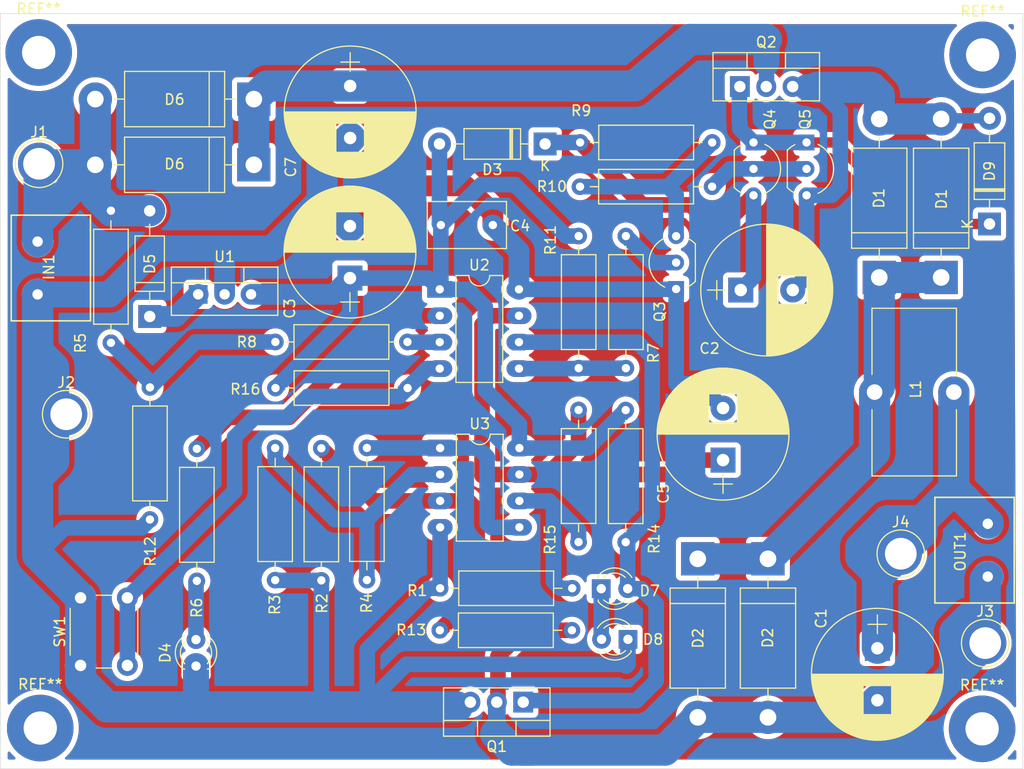
<source format=kicad_pcb>
(kicad_pcb (version 20241229) (generator "pcbnew") (generator_version "9.0")
  (layers (0 "F.Cu" signal) (2 "B.Cu" signal) (13 "F.Paste" user) (15 "B.Paste" user) (5 "F.SilkS" user "F.Silkscreen") (7 "B.SilkS" user "B.Silkscreen") (1 "F.Mask" user) (3 "B.Mask" user) (25 "Edge.Cuts" user))
  (net 0 "")
  (net 1 "PRI_HI")
  (net 2 "PRI_LO")
  (net 3 "Net-(D1-A)")
  (net 4 "GNDPWR")
  (net 5 "/BootStrap")
  (net 6 "/PV-Current")
  (net 7 "Net-(D3-A)")
  (net 8 "Net-(D6-K)")
  (net 9 "Net-(D1-K)")
  (net 10 "+24V")
  (net 11 "Net-(D4-A)")
  (net 12 "Net-(D5-K)")
  (net 13 "/3.6v")
  (net 14 "Net-(D7-K)")
  (net 15 "Net-(D9-K)")
  (net 16 "Net-(Q3-B)")
  (net 17 "Net-(Q3-C)")
  (net 18 "Net-(Q4-B)")
  (net 19 "Net-(U3B--)")
  (net 20 "Net-(U3A-+)")
  (net 21 "Net-(R12-Pad1)")
  (net 22 "Net-(U3A--)")
  (net 23 "Net-(U3B-+)")
  (net 24 "/PV-Voltage")
  (net 25 "Net-(U2-GP5)")
  (net 26 "Net-(U2-GP2)")
  (net 27 "Net-(U2-GP3)")
  (footprint "Capacitors_THT:CP_Radial_D12.5mm_P5.00mm" (layer "F.Cu") (at 120.54 87.53 -90)
    (property "Reference" "C1" (at -2.87 5.41 90) (layer "F.SilkS"))
    (property "Value" "100u")
    (pad "1" thru_hole rect (at 0 0 270) (size 2.4 2.4) (drill 1.2) (layers "*.Cu" "*.Mask") (net 1 "PRI_HI"))
    (pad "2" thru_hole circle (at 5 0 270) (size 2.4 2.4) (drill 1.2) (layers "*.Cu" "*.Mask") (net 2 "PRI_LO"))
  )
  (footprint "Capacitors_THT:CP_Radial_D12.5mm_P5.00mm" (layer "F.Cu") (at 107.4 53.09)
    (property "Reference" "C2" (at -3 5.62 0) (layer "F.SilkS"))
    (property "Value" "4.7u 50v")
    (pad "1" thru_hole rect (at 0 0) (size 2.4 2.4) (drill 1.2) (layers "*.Cu" "*.Mask") (net 5 "/BootStrap"))
    (pad "2" thru_hole circle (at 5 0) (size 2.4 2.4) (drill 1.2) (layers "*.Cu" "*.Mask") (net 3 "Net-(D1-A)"))
  )
  (footprint "Capacitors_THT:CP_Radial_D12.5mm_P5.00mm" (layer "F.Cu") (at 69.83 51.94 90)
    (property "Reference" "C3" (at -2.93 -5.79 90) (layer "F.SilkS"))
    (property "Value" "100u")
    (pad "1" thru_hole rect (at 0 0 90) (size 2.4 2.4) (drill 1.2) (layers "*.Cu" "*.Mask") (net 7 "Net-(D3-A)"))
    (pad "2" thru_hole circle (at 5 0 90) (size 2.4 2.4) (drill 1.2) (layers "*.Cu" "*.Mask") (net 4 "GNDPWR"))
  )
  (footprint "Capacitors_THT:CP_Radial_D12.5mm_P5.00mm" (layer "F.Cu") (at 105.7 69.44 90)
    (property "Reference" "C5" (at -3.23 -5.73 90) (layer "F.SilkS"))
    (property "Value" "10u")
    (pad "1" thru_hole rect (at 0 0 90) (size 2.4 2.4) (drill 1.2) (layers "*.Cu" "*.Mask") (net 6 "/PV-Current"))
    (pad "2" thru_hole circle (at 5 0 90) (size 2.4 2.4) (drill 1.2) (layers "*.Cu" "*.Mask") (net 4 "GNDPWR"))
  )
  (footprint "LEDs:LED_D3.0mm" (layer "F.Cu") (at 55.03 89.24 90)
    (property "Reference" "D4" (at 1.27 -2.96 90) (layer "F.SilkS"))
    (property "Value" "LED")
    (pad "1" thru_hole rect (at 0 0 90) (size 1.8 1.8) (drill 0.9) (layers "*.Cu" "*.Mask") (net 4 "GNDPWR"))
    (pad "2" thru_hole circle (at 2.54 0 90) (size 1.8 1.8) (drill 0.9) (layers "*.Cu" "*.Mask") (net 11 "Net-(D4-A)"))
  )
  (footprint "Diodes_THT:D_DO-201AD_P15.24mm_Horizontal" (layer "F.Cu") (at 60.59 41.05 180)
    (property "Reference" "D6" (at 7.63 0.07 0) (layer "F.SilkS"))
    (property "Value" "1N5822A")
    (pad "1" thru_hole rect (at 0 0 180) (size 3.2 3.2) (drill 1.6) (layers "*.Cu" "*.Mask") (net 8 "Net-(D6-K)"))
    (pad "2" thru_hole oval (at 15.24 0 180) (size 3.2 3.2) (drill 1.6) (layers "*.Cu" "*.Mask") (net 10 "+24V"))
  )
  (footprint "Inductors_THT:L_Toroid_Vertical_L16.0mm_W8.0mm_P7.62mm" (layer "F.Cu") (at 120.27 62.9 90)
    (property "Reference" "L1" (at 0.27 3.95 90) (layer "F.SilkS"))
    (property "Value" "330uH 3A")
    (pad "1" thru_hole circle (at 0 0 90) (size 3 3) (drill 1.5) (layers "*.Cu" "*.Mask") (net 9 "Net-(D1-K)"))
    (pad "2" thru_hole circle (at 0 7.62 90) (size 3 3) (drill 1.5) (layers "*.Cu" "*.Mask") (net 1 "PRI_HI"))
  )
  (footprint "TO_SOT_Packages_THT:TO-92_Inline_Wide" (layer "F.Cu") (at 101.19 52.99 90)
    (property "Reference" "Q3" (at -2.18 -1.57 270) (layer "F.SilkS"))
    (property "Value" "2N2222A")
    (pad "1" thru_hole rect (at 0 0 180) (size 1.52 1.52) (drill 0.8) (layers "*.Cu" "*.Mask") (net 4 "GNDPWR"))
    (pad "2" thru_hole circle (at 2.54 0 180) (size 1.52 1.52) (drill 0.8) (layers "*.Cu" "*.Mask") (net 16 "Net-(Q3-B)"))
    (pad "3" thru_hole circle (at 5.08 0 180) (size 1.52 1.52) (drill 0.8) (layers "*.Cu" "*.Mask") (net 17 "Net-(Q3-C)"))
  )
  (footprint "TO_SOT_Packages_THT:TO-92_Inline_Wide" (layer "F.Cu") (at 108.63 38.9 -90)
    (property "Reference" "Q4" (at -2.23 -1.58 270) (layer "F.SilkS"))
    (property "Value" "2N2222A")
    (pad "1" thru_hole rect (at 0 0) (size 1.52 1.52) (drill 0.8) (layers "*.Cu" "*.Mask") (net 15 "Net-(D9-K)"))
    (pad "2" thru_hole circle (at 2.54 0) (size 1.52 1.52) (drill 0.8) (layers "*.Cu" "*.Mask") (net 18 "Net-(Q4-B)"))
    (pad "3" thru_hole circle (at 5.08 0) (size 1.52 1.52) (drill 0.8) (layers "*.Cu" "*.Mask") (net 5 "/BootStrap"))
  )
  (footprint "TO_SOT_Packages_THT:TO-92_Inline_Wide" (layer "F.Cu") (at 113.73 38.9 -90)
    (property "Reference" "Q5" (at -2.23 0.13 270) (layer "F.SilkS"))
    (property "Value" "2N2907A")
    (pad "1" thru_hole rect (at 0 0) (size 1.52 1.52) (drill 0.8) (layers "*.Cu" "*.Mask") (net 15 "Net-(D9-K)"))
    (pad "2" thru_hole circle (at 2.54 0) (size 1.52 1.52) (drill 0.8) (layers "*.Cu" "*.Mask") (net 18 "Net-(Q4-B)"))
    (pad "3" thru_hole circle (at 5.08 0) (size 1.52 1.52) (drill 0.8) (layers "*.Cu" "*.Mask") (net 3 "Net-(D1-A)"))
  )
  (footprint "Resistors_THT:R_Axial_DIN0309_L9.0mm_D3.2mm_P12.70mm_Horizontal" (layer "F.Cu") (at 78.5 81.76)
    (property "Reference" "R1" (at -2.2 0.23 0) (layer "F.SilkS"))
    (property "Value" "1k")
    (pad "1" thru_hole circle (at 0 0) (size 1.6 1.6) (drill 0.8) (layers "*.Cu" "*.Mask") (net 4 "GNDPWR"))
    (pad "2" thru_hole oval (at 12.7 0) (size 1.6 1.6) (drill 0.8) (layers "*.Cu" "*.Mask") (net 19 "Net-(U3B--)"))
  )
  (footprint "Resistors_THT:R_Axial_DIN0309_L9.0mm_D3.2mm_P12.70mm_Horizontal" (layer "F.Cu") (at 67.08 81 90)
    (property "Reference" "R2" (at -2.22 0.07 90) (layer "F.SilkS"))
    (property "Value" "100k")
    (pad "1" thru_hole circle (at 0 0 90) (size 1.6 1.6) (drill 0.8) (layers "*.Cu" "*.Mask") (net 4 "GNDPWR"))
    (pad "2" thru_hole oval (at 12.7 0 90) (size 1.6 1.6) (drill 0.8) (layers "*.Cu" "*.Mask") (net 20 "Net-(U3A-+)"))
  )
  (footprint "Resistors_THT:R_Axial_DIN0309_L9.0mm_D3.2mm_P12.70mm_Horizontal" (layer "F.Cu") (at 71.46 68.27 -90)
    (property "Reference" "R4" (at 14.92 0.02 90) (layer "F.SilkS"))
    (property "Value" "100k")
    (pad "1" thru_hole circle (at 0 0 270) (size 1.6 1.6) (drill 0.8) (layers "*.Cu" "*.Mask") (net 23 "Net-(U3B-+)"))
    (pad "2" thru_hole oval (at 12.7 0 270) (size 1.6 1.6) (drill 0.8) (layers "*.Cu" "*.Mask") (net 22 "Net-(U3A--)"))
  )
  (footprint "Resistors_THT:R_Axial_DIN0309_L9.0mm_D3.2mm_P12.70mm_Horizontal" (layer "F.Cu") (at 46.85 45.46 -90)
    (property "Reference" "R5" (at 12.73 2.93 90) (layer "F.SilkS"))
    (property "Value" "300k")
    (pad "1" thru_hole circle (at 0 0 270) (size 1.6 1.6) (drill 0.8) (layers "*.Cu" "*.Mask") (net 10 "+24V"))
    (pad "2" thru_hole oval (at 12.7 0 270) (size 1.6 1.6) (drill 0.8) (layers "*.Cu" "*.Mask") (net 21 "Net-(R12-Pad1)"))
  )
  (footprint "Resistors_THT:R_Axial_DIN0309_L9.0mm_D3.2mm_P12.70mm_Horizontal" (layer "F.Cu") (at 55.11 81.05 90)
    (property "Reference" "R6" (at -2.59 -0.01 90) (layer "F.SilkS"))
    (property "Value" "1k")
    (pad "1" thru_hole circle (at 0 0 90) (size 1.6 1.6) (drill 0.8) (layers "*.Cu" "*.Mask") (net 11 "Net-(D4-A)"))
    (pad "2" thru_hole oval (at 12.7 0 90) (size 1.6 1.6) (drill 0.8) (layers "*.Cu" "*.Mask") (net 25 "Net-(U2-GP5)"))
  )
  (footprint "Resistors_THT:R_Axial_DIN0309_L9.0mm_D3.2mm_P12.70mm_Horizontal" (layer "F.Cu") (at 62.66 58.08)
    (property "Reference" "R8" (at -2.75 0.01 0) (layer "F.SilkS"))
    (property "Value" "100k")
    (pad "1" thru_hole circle (at 0 0) (size 1.6 1.6) (drill 0.8) (layers "*.Cu" "*.Mask") (net 21 "Net-(R12-Pad1)"))
    (pad "2" thru_hole oval (at 12.7 0) (size 1.6 1.6) (drill 0.8) (layers "*.Cu" "*.Mask") (net 24 "/PV-Voltage"))
  )
  (footprint "Resistors_THT:R_Axial_DIN0309_L9.0mm_D3.2mm_P12.70mm_Horizontal" (layer "F.Cu") (at 91.96 38.9)
    (property "Reference" "R9" (at 0.1 -3.05 0) (layer "F.SilkS"))
    (property "Value" "2.2k")
    (pad "1" thru_hole circle (at 0 0) (size 1.6 1.6) (drill 0.8) (layers "*.Cu" "*.Mask") (net 5 "/BootStrap"))
    (pad "2" thru_hole oval (at 12.7 0) (size 1.6 1.6) (drill 0.8) (layers "*.Cu" "*.Mask") (net 17 "Net-(Q3-C)"))
  )
  (footprint "Resistors_THT:R_Axial_DIN0309_L9.0mm_D3.2mm_P12.70mm_Horizontal" (layer "F.Cu") (at 104.65 43.15 180)
    (property "Reference" "R10" (at 15.41 0.01 0) (layer "F.SilkS"))
    (property "Value" "1k")
    (pad "1" thru_hole circle (at 0 0 180) (size 1.6 1.6) (drill 0.8) (layers "*.Cu" "*.Mask") (net 18 "Net-(Q4-B)"))
    (pad "2" thru_hole oval (at 12.7 0 180) (size 1.6 1.6) (drill 0.8) (layers "*.Cu" "*.Mask") (net 17 "Net-(Q3-C)"))
  )
  (footprint "Resistors_THT:R_Axial_DIN0309_L9.0mm_D3.2mm_P12.70mm_Horizontal" (layer "F.Cu") (at 75.37 62.51 180)
    (property "Reference" "R16" (at 15.6 -0.11 0) (layer "F.SilkS"))
    (property "Value" "10k")
    (pad "1" thru_hole circle (at 0 0 180) (size 1.6 1.6) (drill 0.8) (layers "*.Cu" "*.Mask") (net 27 "Net-(U2-GP3)"))
    (pad "2" thru_hole oval (at 12.7 0 180) (size 1.6 1.6) (drill 0.8) (layers "*.Cu" "*.Mask") (net 7 "Net-(D3-A)"))
  )
  (footprint "Housings_DIP:DIP-8_W7.62mm_LongPads" (layer "F.Cu") (at 78.46 53.02)
    (property "Reference" "U2" (at 3.81 -2.33 0) (layer "F.SilkS"))
    (property "Value" "PIC12F683-IP")
    (pad "1" thru_hole rect (at 0 0) (size 2.4 1.6) (drill 0.8) (layers "*.Cu" "*.Mask") (net 7 "Net-(D3-A)"))
    (pad "2" thru_hole oval (at 0 2.54) (size 2.4 1.6) (drill 0.8) (layers "*.Cu" "*.Mask") (net 25 "Net-(U2-GP5)"))
    (pad "3" thru_hole oval (at 0 5.08) (size 2.4 1.6) (drill 0.8) (layers "*.Cu" "*.Mask") (net 24 "/PV-Voltage"))
    (pad "4" thru_hole oval (at 0 7.62) (size 2.4 1.6) (drill 0.8) (layers "*.Cu" "*.Mask") (net 27 "Net-(U2-GP3)"))
    (pad "5" thru_hole oval (at 7.62 7.62) (size 2.4 1.6) (drill 0.8) (layers "*.Cu" "*.Mask") (net 26 "Net-(U2-GP2)"))
    (pad "6" thru_hole oval (at 7.62 5.08) (size 2.4 1.6) (drill 0.8) (layers "*.Cu" "*.Mask") (net 13 "/3.6v"))
    (pad "7" thru_hole oval (at 7.62 2.54) (size 2.4 1.6) (drill 0.8) (layers "*.Cu" "*.Mask") (net 6 "/PV-Current"))
    (pad "8" thru_hole oval (at 7.62 0) (size 2.4 1.6) (drill 0.8) (layers "*.Cu" "*.Mask") (net 4 "GNDPWR"))
  )
  (footprint "Resistors_THT:R_Axial_DIN0309_L9.0mm_D3.2mm_P12.70mm_Horizontal" (layer "F.Cu") (at 50.6 62.45 -90)
    (property "Reference" "R12" (at 15.77 -0.03 90) (layer "F.SilkS"))
    (property "Value" "47k")
    (pad "1" thru_hole circle (at 0 0 270) (size 1.6 1.6) (drill 0.8) (layers "*.Cu" "*.Mask") (net 21 "Net-(R12-Pad1)"))
    (pad "2" thru_hole oval (at 12.7 0 270) (size 1.6 1.6) (drill 0.8) (layers "*.Cu" "*.Mask") (net 4 "GNDPWR"))
  )
  (footprint "Diodes_THT:D_DO-41_SOD81_P10.16mm_Horizontal" (layer "F.Cu") (at 50.58 55.63 90)
    (property "Reference" "D5" (at 5.05 0 90) (layer "F.SilkS"))
    (property "Value" "1N4007")
    (pad "1" thru_hole rect (at 0 0 90) (size 2.2 2.2) (drill 1.1) (layers "*.Cu" "*.Mask") (net 12 "Net-(D5-K)"))
    (pad "2" thru_hole oval (at 10.16 0 90) (size 2.2 2.2) (drill 1.1) (layers "*.Cu" "*.Mask") (net 10 "+24V"))
  )
  (footprint "TO_SOT_Packages_THT:TO-220-3_Vertical" (layer "F.Cu") (at 55.24 53.5)
    (property "Reference" "U1" (at 2.54 -3.62 0) (layer "F.SilkS"))
    (property "Value" "LM7805_TO220")
    (pad "1" thru_hole rect (at 0 0) (size 1.8 1.8) (drill 1) (layers "*.Cu" "*.Mask") (net 12 "Net-(D5-K)"))
    (pad "2" thru_hole oval (at 2.54 0) (size 1.8 1.8) (drill 1) (layers "*.Cu" "*.Mask") (net 4 "GNDPWR"))
    (pad "3" thru_hole oval (at 5.08 0) (size 1.8 1.8) (drill 1) (layers "*.Cu" "*.Mask") (net 7 "Net-(D3-A)"))
  )
  (footprint "Housings_DIP:DIP-8_W7.62mm_LongPads" (layer "F.Cu") (at 78.5 68.28)
    (property "Reference" "U3" (at 3.81 -2.33 0) (layer "F.SilkS"))
    (property "Value" "LM358")
    (pad "1" thru_hole rect (at 0 0) (size 2.4 1.6) (drill 0.8) (layers "*.Cu" "*.Mask") (net 23 "Net-(U3B-+)"))
    (pad "2" thru_hole oval (at 0 2.54) (size 2.4 1.6) (drill 0.8) (layers "*.Cu" "*.Mask") (net 22 "Net-(U3A--)"))
    (pad "3" thru_hole oval (at 0 5.08) (size 2.4 1.6) (drill 0.8) (layers "*.Cu" "*.Mask") (net 20 "Net-(U3A-+)"))
    (pad "4" thru_hole oval (at 0 7.62) (size 2.4 1.6) (drill 0.8) (layers "*.Cu" "*.Mask") (net 4 "GNDPWR"))
    (pad "5" thru_hole oval (at 7.62 7.62) (size 2.4 1.6) (drill 0.8) (layers "*.Cu" "*.Mask") (net 23 "Net-(U3B-+)"))
    (pad "6" thru_hole oval (at 7.62 5.08) (size 2.4 1.6) (drill 0.8) (layers "*.Cu" "*.Mask") (net 19 "Net-(U3B--)"))
    (pad "7" thru_hole oval (at 7.62 2.54) (size 2.4 1.6) (drill 0.8) (layers "*.Cu" "*.Mask") (net 6 "/PV-Current"))
    (pad "8" thru_hole oval (at 7.62 0) (size 2.4 1.6) (drill 0.8) (layers "*.Cu" "*.Mask") (net 7 "Net-(D3-A)"))
  )
  (footprint "LEDs:LED_D3.0mm" (layer "F.Cu") (at 93.99 81.8)
    (property "Reference" "D7" (at 4.66 0.21 0) (layer "F.SilkS"))
    (property "Value" "LED")
    (pad "1" thru_hole rect (at 0 0) (size 1.8 1.8) (drill 0.9) (layers "*.Cu" "*.Mask") (net 14 "Net-(D7-K)"))
    (pad "2" thru_hole circle (at 2.54 0) (size 1.8 1.8) (drill 0.9) (layers "*.Cu" "*.Mask") (net 13 "/3.6v"))
  )
  (footprint "Diodes_THT:D_DO-201AD_P15.24mm_Horizontal" (layer "F.Cu") (at 126.67 51.88 90)
    (property "Reference" "D1" (at 7.53 0.03 90) (layer "F.SilkS"))
    (property "Value" "1N5822A")
    (pad "1" thru_hole rect (at 0 0 90) (size 3.2 3.2) (drill 1.6) (layers "*.Cu" "*.Mask") (net 9 "Net-(D1-K)"))
    (pad "2" thru_hole oval (at 15.24 0 90) (size 3.2 3.2) (drill 1.6) (layers "*.Cu" "*.Mask") (net 3 "Net-(D1-A)"))
  )
  (footprint "LEDs:LED_D3.0mm" (layer "F.Cu") (at 96.56 86.67 180)
    (property "Reference" "D8" (at -2.41 -0.01 0) (layer "F.SilkS"))
    (property "Value" "LED")
    (pad "1" thru_hole rect (at 0 0 180) (size 1.8 1.8) (drill 0.9) (layers "*.Cu" "*.Mask") (net 4 "GNDPWR"))
    (pad "2" thru_hole circle (at 2.54 0 180) (size 1.8 1.8) (drill 0.9) (layers "*.Cu" "*.Mask") (net 14 "Net-(D7-K)"))
  )
  (footprint "Resistors_THT:R_Axial_DIN0309_L9.0mm_D3.2mm_P12.70mm_Horizontal" (layer "F.Cu") (at 91.17 85.8 180)
    (property "Reference" "R13" (at 15.45 0.03 0) (layer "F.SilkS"))
    (property "Value" "10k")
    (pad "1" thru_hole circle (at 0 0 180) (size 1.6 1.6) (drill 0.8) (layers "*.Cu" "*.Mask") (net 2 "PRI_LO"))
    (pad "2" thru_hole oval (at 12.7 0 180) (size 1.6 1.6) (drill 0.8) (layers "*.Cu" "*.Mask") (net 20 "Net-(U3A-+)"))
  )
  (footprint "Diodes_THT:D_DO-201AD_P15.24mm_Horizontal" (layer "F.Cu") (at 110.02 78.93 -90)
    (property "Reference" "D2" (at 7.6 0.02 90) (layer "F.SilkS"))
    (property "Value" "1N5822A")
    (pad "1" thru_hole rect (at 0 0 270) (size 3.2 3.2) (drill 1.6) (layers "*.Cu" "*.Mask") (net 9 "Net-(D1-K)"))
    (pad "2" thru_hole oval (at 15.24 0 270) (size 3.2 3.2) (drill 1.6) (layers "*.Cu" "*.Mask") (net 2 "PRI_LO"))
  )
  (footprint "Diodes_THT:D_DO-201AD_P15.24mm_Horizontal" (layer "F.Cu") (at 103.27 78.93 -90)
    (property "Reference" "D2" (at 7.64 -0.03 90) (layer "F.SilkS"))
    (property "Value" "1N5822A")
    (pad "1" thru_hole rect (at 0 0 270) (size 3.2 3.2) (drill 1.6) (layers "*.Cu" "*.Mask") (net 9 "Net-(D1-K)"))
    (pad "2" thru_hole oval (at 15.24 0 270) (size 3.2 3.2) (drill 1.6) (layers "*.Cu" "*.Mask") (net 2 "PRI_LO"))
  )
  (footprint "Resistors_THT:R_Axial_DIN0309_L9.0mm_D3.2mm_P12.70mm_Horizontal" (layer "F.Cu") (at 91.81 77.32 90)
    (property "Reference" "R15" (at 0.24 -2.74 90) (layer "F.SilkS"))
    (property "Value" "3.3k")
    (pad "1" thru_hole circle (at 0 0 90) (size 1.6 1.6) (drill 0.8) (layers "*.Cu" "*.Mask") (net 19 "Net-(U3B--)"))
    (pad "2" thru_hole oval (at 12.7 0 90) (size 1.6 1.6) (drill 0.8) (layers "*.Cu" "*.Mask") (net 6 "/PV-Current"))
  )
  (footprint "Diodes_THT:D_DO-201AD_P15.24mm_Horizontal" (layer "F.Cu") (at 120.72 51.88 90)
    (property "Reference" "D1" (at 7.62 -0.02 90) (layer "F.SilkS"))
    (property "Value" "1N5822A")
    (pad "1" thru_hole rect (at 0 0 90) (size 3.2 3.2) (drill 1.6) (layers "*.Cu" "*.Mask") (net 9 "Net-(D1-K)"))
    (pad "2" thru_hole oval (at 15.24 0 90) (size 3.2 3.2) (drill 1.6) (layers "*.Cu" "*.Mask") (net 3 "Net-(D1-A)"))
  )
  (footprint "Diodes_THT:D_DO-201AD_P15.24mm_Horizontal" (layer "F.Cu") (at 60.59 34.73 180)
    (property "Reference" "D6" (at 7.63 -0.04 0) (layer "F.SilkS"))
    (property "Value" "1N5822A")
    (pad "1" thru_hole rect (at 0 0 180) (size 3.2 3.2) (drill 1.6) (layers "*.Cu" "*.Mask") (net 8 "Net-(D6-K)"))
    (pad "2" thru_hole oval (at 15.24 0 180) (size 3.2 3.2) (drill 1.6) (layers "*.Cu" "*.Mask") (net 10 "+24V"))
  )
  (footprint "12f683MPPT:Connector_SCREW_2PIN" (layer "F.Cu") (at 39.8 48.43 90)
    (property "Reference" "IN1" (at -2.46 1.09 90) (layer "F.SilkS"))
    (property "Value" "Conn_01x02_Male" (hide yes))
    (pad "1" thru_hole circle (at 0 0 90) (size 2 2) (drill 1) (layers "*.Cu" "*.Mask") (net 10 "+24V"))
    (pad "2" thru_hole circle (at -5.08 0 90) (size 2 2) (drill 1) (layers "*.Cu" "*.Mask") (net 4 "GNDPWR"))
  )
  (footprint "12f683MPPT:Connector_SCREW_2PIN" (layer "F.Cu") (at 131.15 80.64 -90)
    (property "Reference" "OUT1" (at -2.41 2.64 90) (layer "F.SilkS"))
    (property "Value" "Conn_01x02_Male" (hide yes))
    (pad "1" thru_hole circle (at 0 0 270) (size 2 2) (drill 1) (layers "*.Cu" "*.Mask") (net 2 "PRI_LO"))
    (pad "2" thru_hole circle (at -5.08 0 270) (size 2 2) (drill 1) (layers "*.Cu" "*.Mask") (net 1 "PRI_HI"))
  )
  (footprint "Capacitors_THT:C_Disc_D7.5mm_W4.4mm_P5.00mm" (layer "F.Cu") (at 78.57 46.84)
    (property "Reference" "C4" (at 7.61 0.09 0) (layer "F.SilkS"))
    (property "Value" "0.1u")
    (pad "1" thru_hole circle (at 0 0) (size 1.6 1.6) (drill 0.8) (layers "*.Cu" "*.Mask") (net 7 "Net-(D3-A)"))
    (pad "2" thru_hole circle (at 5 0) (size 1.6 1.6) (drill 0.8) (layers "*.Cu" "*.Mask") (net 4 "GNDPWR"))
  )
  (footprint "Connectors:1pin" (layer "F.Cu") (at 39.94 40.95)
    (property "Reference" "J1" (at 0 -3.048 0) (layer "F.SilkS"))
    (property "Value" "Conn_01x01_Male" (hide yes))
    (pad "1" thru_hole circle (at 0 0) (size 4.064 4.064) (drill 3.048) (layers "*.Cu" "*.Mask") (net 10 "+24V"))
  )
  (footprint "Connectors:1pin" (layer "F.Cu") (at 42.55 65.03)
    (property "Reference" "J2" (at 0 -3.048 0) (layer "F.SilkS"))
    (property "Value" "Conn_01x01_Male" (hide yes))
    (pad "1" thru_hole circle (at 0 0) (size 4.064 4.064) (drill 3.048) (layers "*.Cu" "*.Mask") (net 4 "GNDPWR"))
  )
  (footprint "Connectors:1pin" (layer "F.Cu") (at 130.91 87.03)
    (property "Reference" "J3" (at 0 -3.048 0) (layer "F.SilkS"))
    (property "Value" "Conn_01x01_Male" (hide yes))
    (pad "1" thru_hole circle (at 0 0) (size 4.064 4.064) (drill 3.048) (layers "*.Cu" "*.Mask") (net 2 "PRI_LO"))
  )
  (footprint "Connectors:1pin" (layer "F.Cu") (at 122.79 78.44)
    (property "Reference" "J4" (at 0 -3.048 0) (layer "F.SilkS"))
    (property "Value" "Conn_01x01_Male")
    (pad "1" thru_hole circle (at 0 0) (size 4.064 4.064) (drill 3.048) (layers "*.Cu" "*.Mask") (net 1 "PRI_HI"))
  )
  (footprint "Resistors_THT:R_Axial_DIN0309_L9.0mm_D3.2mm_P12.70mm_Horizontal" (layer "F.Cu") (at 96.34 64.63 -90)
    (property "Reference" "R14" (at 12.38 -2.74 90) (layer "F.SilkS"))
    (property "Value" "4.7k")
    (pad "1" thru_hole circle (at 0 0 270) (size 1.6 1.6) (drill 0.8) (layers "*.Cu" "*.Mask") (net 7 "Net-(D3-A)"))
    (pad "2" thru_hole oval (at 12.7 0 270) (size 1.6 1.6) (drill 0.8) (layers "*.Cu" "*.Mask") (net 13 "/3.6v"))
  )
  (footprint "Resistors_THT:R_Axial_DIN0309_L9.0mm_D3.2mm_P12.70mm_Horizontal" (layer "F.Cu") (at 91.82 47.9 -90)
    (property "Reference" "R11" (at 0.38 2.71 90) (layer "F.SilkS"))
    (property "Value" "10k")
    (pad "1" thru_hole circle (at 0 0 270) (size 1.6 1.6) (drill 0.8) (layers "*.Cu" "*.Mask") (net 7 "Net-(D3-A)"))
    (pad "2" thru_hole oval (at 12.7 0 270) (size 1.6 1.6) (drill 0.8) (layers "*.Cu" "*.Mask") (net 26 "Net-(U2-GP2)"))
  )
  (footprint "Resistors_THT:R_Axial_DIN0309_L9.0mm_D3.2mm_P12.70mm_Horizontal" (layer "F.Cu") (at 96.36 47.9 -90)
    (property "Reference" "R7" (at 11.24 -2.65 90) (layer "F.SilkS"))
    (property "Value" "1k")
    (pad "1" thru_hole circle (at 0 0 270) (size 1.6 1.6) (drill 0.8) (layers "*.Cu" "*.Mask") (net 16 "Net-(Q3-B)"))
    (pad "2" thru_hole oval (at 12.7 0 270) (size 1.6 1.6) (drill 0.8) (layers "*.Cu" "*.Mask") (net 26 "Net-(U2-GP2)"))
  )
  (footprint "Resistors_THT:R_Axial_DIN0309_L9.0mm_D3.2mm_P12.70mm_Horizontal" (layer "F.Cu") (at 62.64 68.28 -90)
    (property "Reference" "R3" (at 15.07 0.03 90) (layer "F.SilkS"))
    (property "Value" "10k")
    (pad "1" thru_hole circle (at 0 0 270) (size 1.6 1.6) (drill 0.8) (layers "*.Cu" "*.Mask") (net 22 "Net-(U3A--)"))
    (pad "2" thru_hole oval (at 12.7 0 270) (size 1.6 1.6) (drill 0.8) (layers "*.Cu" "*.Mask") (net 4 "GNDPWR"))
  )
  (footprint "Capacitors_THT:CP_Radial_D12.5mm_P5.00mm" (layer "F.Cu") (at 69.85 33.47 -90)
    (property "Reference" "C7" (at 7.81 5.71 90) (layer "F.SilkS"))
    (property "Value" "47u")
    (pad "1" thru_hole rect (at 0 0 270) (size 2.4 2.4) (drill 1.2) (layers "*.Cu" "*.Mask") (net 8 "Net-(D6-K)"))
    (pad "2" thru_hole circle (at 5 0 270) (size 2.4 2.4) (drill 1.2) (layers "*.Cu" "*.Mask") (net 4 "GNDPWR"))
  )
  (footprint "Diode_THT:D_DO-41_SOD81_P10.16mm_Horizontal" (layer "F.Cu") (at 131.318 46.736 90)
    (property "Reference" "D9" (at 5.08 0 90) (layer "F.SilkS"))
    (property "Value" "1N5733A 5.1V")
    (fp_text user "K" (at 0 -2.1 90) (layer "F.SilkS"))
    (pad "1" thru_hole rect (at 0 0 90) (size 2.2 2.2) (drill 1.1) (layers "*.Cu" "*.Mask") (net 15 "Net-(D9-K)"))
    (pad "2" thru_hole oval (at 10.16 0 90) (size 2.2 2.2) (drill 1.1) (layers "*.Cu" "*.Mask") (net 3 "Net-(D1-A)"))
  )
  (footprint "Package_TO_SOT_THT:TO-220-3_Vertical" (layer "F.Cu") (at 86.487 92.71 180)
    (property "Reference" "Q1" (at 2.54 -4.27 0) (layer "F.SilkS"))
    (property "Value" "BUK9511-55A127")
    (pad "1" thru_hole rect (at 0 0 180) (size 1.905 2) (drill 1.1) (layers "*.Cu" "*.Mask") (net 13 "/3.6v"))
    (pad "2" thru_hole oval (at 2.54 0 180) (size 1.905 2) (drill 1.1) (layers "*.Cu" "*.Mask") (net 2 "PRI_LO"))
    (pad "3" thru_hole oval (at 5.08 0 180) (size 1.905 2) (drill 1.1) (layers "*.Cu" "*.Mask") (net 4 "GNDPWR"))
  )
  (footprint "Package_TO_SOT_THT:TO-220-3_Vertical" (layer "F.Cu") (at 107.315 33.528)
    (property "Reference" "Q2" (at 2.54 -4.27 0) (layer "F.SilkS"))
    (property "Value" "BUK9511-55A127")
    (pad "1" thru_hole rect (at 0 0) (size 1.905 2) (drill 1.1) (layers "*.Cu" "*.Mask") (net 15 "Net-(D9-K)"))
    (pad "2" thru_hole oval (at 2.54 0) (size 1.905 2) (drill 1.1) (layers "*.Cu" "*.Mask") (net 8 "Net-(D6-K)"))
    (pad "3" thru_hole oval (at 5.08 0) (size 1.905 2) (drill 1.1) (layers "*.Cu" "*.Mask") (net 3 "Net-(D1-A)"))
  )
  (footprint "Button_Switch_THT:SW_PUSH_6mm_H7.3mm" (layer "F.Cu") (at 43.93 89.18 90)
    (property "Reference" "SW1" (at 3.25 -2 90) (layer "F.SilkS"))
    (property "Value" "SW_Push")
    (pad "1" thru_hole circle (at 0 0 180) (size 2 2) (drill 1.1) (layers "*.Cu" "*.Mask") (net 4 "GNDPWR"))
    (pad "1" thru_hole circle (at 6.5 0 180) (size 2 2) (drill 1.1) (layers "*.Cu" "*.Mask") (net 4 "GNDPWR"))
    (pad "2" thru_hole circle (at 0 4.5 180) (size 2 2) (drill 1.1) (layers "*.Cu" "*.Mask") (net 27 "Net-(U2-GP3)"))
    (pad "2" thru_hole circle (at 6.5 4.5 180) (size 2 2) (drill 1.1) (layers "*.Cu" "*.Mask") (net 27 "Net-(U2-GP3)"))
  )
  (footprint "MountingHole:MountingHole_3.2mm_M3_Pad" (layer "F.Cu") (at 130.6576 30.48)
    (property "Reference" "REF**" (at 0 -4.2 0) (layer "F.SilkS"))
    (property "Value" "MountingHole_3.2mm_M3_Pad" (hide yes))
    (pad "1" thru_hole circle (at 0 0) (size 6.4 6.4) (drill 3.2) (layers "*.Cu" "*.Mask"))
  )
  (footprint "MountingHole:MountingHole_3.2mm_M3_Pad" (layer "F.Cu") (at 40.0558 95.1992)
    (property "Reference" "REF**" (at 0 -4.2 0) (layer "F.SilkS"))
    (property "Value" "MountingHole_3.2mm_M3_Pad" (hide yes))
    (pad "1" thru_hole circle (at 0 0) (size 6.4 6.4) (drill 3.2) (layers "*.Cu" "*.Mask"))
  )
  (footprint "MountingHole:MountingHole_3.2mm_M3_Pad" (layer "F.Cu") (at 39.9034 30.2514)
    (property "Reference" "REF**" (at 0 -4.2 0) (layer "F.SilkS"))
    (property "Value" "MountingHole_3.2mm_M3_Pad" (hide yes))
    (pad "1" thru_hole circle (at 0 0) (size 6.4 6.4) (drill 3.2) (layers "*.Cu" "*.Mask"))
  )
  (footprint "MountingHole:MountingHole_3.2mm_M3_Pad" (layer "F.Cu") (at 130.6068 95.2754)
    (property "Reference" "REF**" (at 0 -4.2 0) (layer "F.SilkS"))
    (property "Value" "MountingHole_3.2mm_M3_Pad" (hide yes))
    (pad "1" thru_hole circle (at 0 0) (size 6.4 6.4) (drill 3.2) (layers "*.Cu" "*.Mask"))
  )
  (footprint "Diode_THT:D_DO-41_SOD81_P10.16mm_Horizontal" (layer "F.Cu") (at 88.5952 39.0398 180)
    (property "Reference" "D3" (at 5.08 -2.47 0) (layer "F.SilkS"))
    (property "Value" "1N5819")
    (fp_text user "K" (at 0 -2.1 0) (layer "F.SilkS"))
    (pad "1" thru_hole rect (at 0 0 180) (size 2.2 2.2) (drill 1.1) (layers "*.Cu" "*.Mask") (net 5 "/BootStrap"))
    (pad "2" thru_hole oval (at 10.16 0 180) (size 2.2 2.2) (drill 1.1) (layers "*.Cu" "*.Mask") (net 7 "Net-(D3-A)"))
  )
  (gr_line (start 36.21 26.51) (end 36.24 99.11) (stroke (width 0.05)) (layer "Edge.Cuts"))
  (gr_line (start 134.52 26.51) (end 36.21 26.51) (stroke (width 0.05)) (layer "Edge.Cuts"))
  (gr_line (start 134.52 99.11) (end 134.52 26.51) (stroke (width 0.05)) (layer "Edge.Cuts"))
  (gr_line (start 36.24 99.11) (end 134.52 99.11) (stroke (width 0.05)) (layer "Edge.Cuts"))
  (segment (start 120.54 80.69) (end 122.79 78.44) (width 3) (layer "B.Cu") (net 1))
  (segment (start 127.89 72.2) (end 131.2 75.51) (width 3) (layer "B.Cu") (net 1))
  (segment (start 118.95 78.73) (end 118.95 77.83) (width 3) (layer "B.Cu") (net 1))
  (segment (start 124.821999 76.408001) (end 121.271999 76.408001) (width 3) (layer "B.Cu") (net 1))
  (segment (start 127.89 62.9) (end 127.89 72.2) (width 3) (layer "B.Cu") (net 1))
  (segment (start 118.95 78.73) (end 120.54 80.32) (width 3) (layer "B.Cu") (net 1))
  (segment (start 120.54 80.32) (end 120.54 80.69) (width 3) (layer "B.Cu") (net 1))
  (segment (start 121.511999 75.268001) (end 124.821999 75.268001) (width 3) (layer "B.Cu") (net 1))
  (segment (start 122.79 78.44) (end 124.821999 76.408001) (width 3) (layer "B.Cu") (net 1))
  (segment (start 121.271999 76.408001) (end 118.95 78.73) (width 3) (layer "B.Cu") (net 1))
  (segment (start 124.821999 75.268001) (end 127.89 72.2) (width 3) (layer "B.Cu") (net 1))
  (segment (start 120.54 87.53) (end 120.54 80.69) (width 3) (layer "B.Cu") (net 1))
  (segment (start 118.95 77.83) (end 121.511999 75.268001) (width 3) (layer "B.Cu") (net 1))
  (segment (start 124.821999 76.408001) (end 124.821999 75.268001) (width 3) (layer "B.Cu") (net 1))
  (segment (start 84.06 88.29) (end 86.55 85.8) (width 1.5) (layer "F.Cu") (net 2))
  (segment (start 86.55 85.8) (end 91.17 85.8) (width 1.5) (layer "F.Cu") (net 2))
  (segment (start 84.06 92.56) (end 84.06 88.29) (width 1.5) (layer "F.Cu") (net 2))
  (segment (start 85.41 97.32) (end 83.84 95.75) (width 3) (layer "B.Cu") (net 2))
  (segment (start 120.54 92.53) (end 125.41 92.53) (width 3) (layer "B.Cu") (net 2))
  (segment (start 118.9 94.17) (end 120.54 92.53) (width 3) (layer "B.Cu") (net 2))
  (segment (start 87.31 97.32) (end 85.41 97.32) (width 3) (layer "B.Cu") (net 2))
  (segment (start 125.41 92.53) (end 127.98 89.96) (width 3) (layer "B.Cu") (net 2))
  (segment (start 100.12 97.32) (end 87.31 97.32) (width 2.5) (layer "B.Cu") (net 2))
  (segment (start 127.98 89.96) (end 130.91 87.03) (width 3) (layer "B.Cu") (net 2))
  (segment (start 100.12 97.32) (end 86.35 97.32) (width 3) (layer "B.Cu") (net 2))
  (segment (start 83.84 92.78) (end 84.06 92.56) (width 1.5) (layer "B.Cu") (net 2))
  (segment (start 127.98 85.98) (end 127.98 89.96) (width 3) (layer "B.Cu") (net 2))
  (segment (start 130.91 80.88) (end 131.15 80.64) (width 3) (layer "B.Cu") (net 2))
  (segment (start 129.32 84.64) (end 127.98 85.98) (width 3) (layer "B.Cu") (net 2))
  (segment (start 83.84 95.75) (end 83.84 92.78) (width 1.5) (layer "B.Cu") (net 2))
  (segment (start 103.27 94.17) (end 110.02 94.17) (width 3) (layer "B.Cu") (net 2))
  (segment (start 84.06 92.56) (end 84.06 95.03) (width 1.5) (layer "B.Cu") (net 2))
  (segment (start 103.27 94.17) (end 100.12 97.32) (width 3) (layer "B.Cu") (net 2))
  (segment (start 130.91 84.64) (end 130.91 80.88) (width 3) (layer "B.Cu") (net 2))
  (segment (start 110.02 94.17) (end 118.9 94.17) (width 3) (layer "B.Cu") (net 2))
  (segment (start 130.91 84.64) (end 129.32 84.64) (width 3) (layer "B.Cu") (net 2))
  (segment (start 87.31 97.32) (end 86.35 97.32) (width 2) (layer "B.Cu") (net 2))
  (segment (start 130.91 87.03) (end 130.91 84.64) (width 3) (layer "B.Cu") (net 2))
  (segment (start 114.69963 33.6) (end 113.74 33.6) (width 2.5) (layer "B.Cu") (net 3))
  (segment (start 113.73 51.76) (end 112.4 53.09) (width 1.5) (layer "B.Cu") (net 3))
  (segment (start 120.72 34.377259) (end 119.942741 33.6) (width 3) (layer "B.Cu") (net 3))
  (segment (start 131.318 36.576) (end 126.734 36.576) (width 1) (layer "B.Cu") (net 3))
  (segment (start 116.97 43.14) (end 116.13 43.98) (width 1.5) (layer "B.Cu") (net 3))
  (segment (start 113.78 33.64) (end 113.74 33.6) (width 2.5) (layer "B.Cu") (net 3))
  (segment (start 114.69963 33.6) (end 116.97 35.87037) (width 1.5) (layer "B.Cu") (net 3))
  (segment (start 116.97 35.87037) (end 116.97 43.14) (width 1.5) (layer "B.Cu") (net 3))
  (segment (start 119.942741 33.6) (end 114.69963 33.6) (width 3) (layer "B.Cu") (net 3))
  (segment (start 120.72 36.64) (end 120.72 34.377259) (width 3) (layer "B.Cu") (net 3))
  (segment (start 113.73 43.98) (end 113.73 51.76) (width 1.5) (layer "B.Cu") (net 3))
  (segment (start 126.734 36.576) (end 126.67 36.64) (width 1) (layer "B.Cu") (net 3))
  (segment (start 116.13 43.98) (end 113.73 43.98) (width 1.5) (layer "B.Cu") (net 3))
  (segment (start 112.35 33.6) (end 113.74 33.6) (width 1.5) (layer "B.Cu") (net 3))
  (segment (start 120.72 36.64) (end 126.67 36.64) (width 3) (layer "B.Cu") (net 3))
  (segment (start 80.93137 43.07) (end 80.31 43.07) (width 1.5) (layer "F.Cu") (net 4))
  (segment (start 83.57 46.84) (end 83.57 45.70863) (width 2) (layer "F.Cu") (net 4))
  (segment (start 73.7 43.07) (end 80.31 43.07) (width 2) (layer "F.Cu") (net 4))
  (segment (start 69.83 46.94) (end 73.7 43.07) (width 2) (layer "F.Cu") (net 4))
  (segment (start 83.57 45.70863) (end 80.93137 43.07) (width 2) (layer "F.Cu") (net 4))
  (segment (start 51.121944 49.1) (end 57.78 49.1) (width 2.5) (layer "B.Cu") (net 4))
  (segment (start 39.8 53.51) (end 39.8 71.08) (width 3) (layer "B.Cu") (net 4))
  (segment (start 103.35 62.09) (end 105.7 64.44) (width 1.5) (layer "B.Cu") (net 4))
  (segment (start 75.25 89.07) (end 71.49 92.83) (width 1.5) (layer "B.Cu") (net 4))
  (segment (start 78.5 81.76) (end 77.36863 81.76) (width 1.5) (layer "B.Cu") (net 4))
  (segment (start 86.08 53.02) (end 86.08 49.35) (width 2) (layer "B.Cu") (net 4))
  (segment (start 55.19 93.17) (end 68 93.17) (width 2.5) (layer "B.Cu") (net 4))
  (segment (start 50.6 75.15) (end 49.800001 75.949999) (width 1.5) (layer "B.Cu") (net 4))
  (segment (start 96.56 89.07) (end 75.25 89.07) (width 1.5) (layer "B.Cu") (net 4))
  (segment (start 67.08 92.25) (end 68 93.17) (width 1.5) (layer "B.Cu") (net 4))
  (segment (start 55.19 92.8) (end 55.19 93.17) (width 2.5) (layer "B.Cu") (net 4))
  (segment (start 101.19 52.99) (end 101.19 62.09) (width 1.5) (layer "B.Cu") (net 4))
  (segment (start 46.505787 93.17) (end 75.37 93.17) (width 3) (layer "B.Cu") (net 4))
  (segment (start 78.5 75.9) (end 78.5 81.76) (width 1.5) (layer "B.Cu") (net 4))
  (segment (start 101.19 62.09) (end 103.35 62.09) (width 1.5) (layer "B.Cu") (net 4))
  (segment (start 62.31 49.1) (end 67.15 44.26) (width 2.5) (layer "B.Cu") (net 4))
  (segment (start 86.08 53.02) (end 101.16 53.02) (width 1.5) (layer "B.Cu") (net 4))
  (segment (start 39.8 78.55) (end 43.93 82.68) (width 3) (layer "B.Cu") (net 4))
  (segment (start 71.49 87.63863) (end 71.49 93.17) (width 1.5) (layer "B.Cu") (net 4))
  (segment (start 55.03 92.64) (end 55.19 92.8) (width 2.5) (layer "B.Cu") (net 4))
  (segment (start 69.85 38.47) (end 67.15 41.17) (width 3) (layer "B.Cu") (net 4))
  (segment (start 67.15 41.17) (end 67.15 42.562944) (width 3) (layer "B.Cu") (net 4))
  (segment (start 62.66 81) (end 62.64 80.98) (width 1.5) (layer "B.Cu") (net 4))
  (segment (start 71.49 92.83) (end 71.49 93.17) (width 1.5) (layer "B.Cu") (net 4))
  (segment (start 80.91 93.17) (end 81.52 92.56) (width 1.5) (layer "B.Cu") (net 4))
  (segment (start 77.36863 81.76) (end 71.49 87.63863) (width 1.5) (layer "B.Cu") (net 4))
  (segment (start 75.37 93.17) (end 80.15 93.17) (width 3) (layer "B.Cu") (net 4))
  (segment (start 39.8 53.51) (end 39.8 58.98) (width 3) (layer "B.Cu") (net 4))
  (segment (start 46.711944 53.51) (end 51.121944 49.1) (width 2.5) (layer "B.Cu") (net 4))
  (segment (start 75.32 93.17) (end 80.15 93.17) (width 2.5) (layer "B.Cu") (net 4))
  (segment (start 67.15 42.562944) (end 67.15 44.26) (width 2.5) (layer "B.Cu") (net 4))
  (segment (start 67.15 44.26) (end 69.83 46.94) (width 3) (layer "B.Cu") (net 4))
  (segment (start 46.505787 93.17) (end 55.19 93.17) (width 2.5) (layer "B.Cu") (net 4))
  (segment (start 96.56 86.67) (end 96.56 89.07) (width 1.5) (layer "B.Cu") (net 4))
  (segment (start 41.34 60.52) (end 39.8 58.98) (width 3) (layer "B.Cu") (net 4))
  (segment (start 67.15 41.17) (end 67.15 44.26) (width 3) (layer "B.Cu") (net 4))
  (segment (start 41.34 69.54) (end 41.34 60.52) (width 3) (layer "B.Cu") (net 4))
  (segment (start 67.08 81) (end 67.08 92.25) (width 1.5) (layer "B.Cu") (net 4))
  (segment (start 86.08 49.35) (end 83.57 46.84) (width 2) (layer "B.Cu") (net 4))
  (segment (start 43.93 89.18) (end 43.93 90.594213) (width 3) (layer "B.Cu") (net 4))
  (segment (start 80.15 93.17) (end 80.91 93.17) (width 1.5) (layer "B.Cu") (net 4))
  (segment (start 71.49 93.17) (end 75.32 93.17) (width 2.5) (layer "B.Cu") (net 4))
  (segment (start 68 93.17) (end 71.49 93.17) (width 2.5) (layer "B.Cu") (net 4))
  (segment (start 39.8 60.03) (end 39.94 60.17) (width 3) (layer "B.Cu") (net 4))
  (segment (start 57.78 49.1) (end 57.78 53.5) (width 2) (layer "B.Cu") (net 4))
  (segment (start 55.03 89.24) (end 55.03 92.64) (width 2.5) (layer "B.Cu") (net 4))
  (segment (start 96.56 89.07) (end 96.39 89.24) (width 1.5) (layer "B.Cu") (net 4))
  (segment (start 39.8 58.98) (end 39.8 60.03) (width 3) (layer "B.Cu") (net 4))
  (segment (start 39.8 71.08) (end 39.8 78.55) (width 3) (layer "B.Cu") (net 4))
  (segment (start 43.93 90.594213) (end 46.505787 93.17) (width 3) (layer "B.Cu") (net 4))
  (segment (start 43.93 82.68) (end 43.93 89.18) (width 3) (layer "B.Cu") (net 4))
  (segment (start 42.400001 75.949999) (end 39.8 78.55) (width 1.5) (layer "B.Cu") (net 4))
  (segment (start 67.08 81) (end 62.66 81) (width 1.5) (layer "B.Cu") (net 4))
  (segment (start 49.800001 75.949999) (end 42.400001 75.949999) (width 1.5) (layer "B.Cu") (net 4))
  (segment (start 101.16 53.02) (end 101.19 52.99) (width 1.5) (layer "B.Cu") (net 4))
  (segment (start 39.8 53.51) (end 46.711944 53.51) (width 2.5) (layer "B.Cu") (net 4))
  (segment (start 57.78 49.1) (end 62.31 49.1) (width 2.5) (layer "B.Cu") (net 4))
  (segment (start 39.8 71.08) (end 41.34 69.54) (width 3) (layer "B.Cu") (net 4))
  (segment (start 97.960001 44.900001) (end 102.590001 44.900001) (width 1.5) (layer "F.Cu") (net 5))
  (segment (start 91.96 38.9) (end 97.960001 44.900001) (width 1.5) (layer "F.Cu") (net 5))
  (segment (start 103.7 46.01) (end 106.6 46.01) (width 1.5) (layer "F.Cu") (net 5))
  (segment (start 106.6 46.01) (end 108.63 43.98) (width 1.5) (layer "F.Cu") (net 5))
  (segment (start 102.590001 44.900001) (end 103.7 46.01) (width 1.5) (layer "F.Cu") (net 5))
  (segment (start 91.96 38.9) (end 88.735 38.9) (width 1.5) (layer "B.Cu") (net 5))
  (segment (start 108.63 43.98) (end 108.63 51.86) (width 1.5) (layer "B.Cu") (net 5))
  (segment (start 108.63 51.86) (end 107.4 53.09) (width 1.5) (layer "B.Cu") (net 5))
  (segment (start 88.735 38.9) (end 88.5952 39.0398) (width 1.5) (layer "B.Cu") (net 5))
  (segment (start 88.75 38.9) (end 88.65 38.8) (width 1.5) (layer "B.Cu") (net 5))
  (segment (start 83.38 55.56) (end 82.53 56.41) (width 1.5) (layer "F.Cu") (net 6))
  (segment (start 88.82 70.82) (end 91.81 67.83) (width 1.5) (layer "F.Cu") (net 6))
  (segment (start 83.33 70.91) (end 82.53 70.91) (width 1.5) (layer "F.Cu") (net 6))
  (segment (start 86.12 70.82) (end 88.82 70.82) (width 1.5) (layer "F.Cu") (net 6))
  (segment (start 91.81 65.75137) (end 91.81 64.62) (width 1.5) (layer "F.Cu") (net 6))
  (segment (start 91.81 67.83) (end 91.81 65.75137) (width 1.5) (layer "F.Cu") (net 6))
  (segment (start 82.53 56.41) (end 82.53 70.91) (width 1.5) (layer "F.Cu") (net 6))
  (segment (start 105.7 69.44) (end 103 69.44) (width 1.5) (layer "F.Cu") (net 6))
  (segment (start 86.12 70.82) (end 83.42 70.82) (width 1.5) (layer "F.Cu") (net 6))
  (segment (start 101.62 70.82) (end 88.82 70.82) (width 1.5) (layer "F.Cu") (net 6))
  (segment (start 83.42 70.82) (end 83.33 70.91) (width 1.5) (layer "F.Cu") (net 6))
  (segment (start 86.08 55.56) (end 83.38 55.56) (width 1.5) (layer "F.Cu") (net 6))
  (segment (start 103 69.44) (end 101.62 70.82) (width 1.5) (layer "F.Cu") (net 6))
  (segment (start 69.83 51.94) (end 69.83 55.35) (width 1.5) (layer "B.Cu") (net 7))
  (segment (start 86.12 68.28) (end 92.69 68.28) (width 1.5) (layer "B.Cu") (net 7))
  (segment (start 78.46 53.02) (end 81.16 53.02) (width 1.5) (layer "B.Cu") (net 7))
  (segment (start 68.27 53.5) (end 69.83 51.94) (width 2) (layer "B.Cu") (net 7))
  (segment (start 78.57 46.84) (end 78.57 52.91) (width 1.5) (layer "B.Cu") (net 7))
  (segment (start 78.4352 46.7052) (end 78.57 46.84) (width 1.5) (layer "B.Cu") (net 7))
  (segment (start 77.38 51.94) (end 78.46 53.02) (width 1.5) (layer "B.Cu") (net 7))
  (segment (start 82.84 54.7) (end 82.84 62.7) (width 1.5) (layer "B.Cu") (net 7))
  (segment (start 91.82 47.9) (end 90.6228 47.9) (width 1.5) (layer "B.Cu") (net 7))
  (segment (start 92.69 68.28) (end 96.34 64.63) (width 1.5) (layer "B.Cu") (net 7))
  (segment (start 81.16 53.02) (end 82.84 54.7) (width 1.5) (layer "B.Cu") (net 7))
  (segment (start 82.84 62.7) (end 86.12 65.98) (width 1.5) (layer "B.Cu") (net 7))
  (segment (start 86.12 65.98) (end 86.12 68.28) (width 1.5) (layer "B.Cu") (net 7))
  (segment (start 68.72 53.05) (end 69.83 51.94) (width 1.5) (layer "B.Cu") (net 7))
  (segment (start 78.4352 39.0398) (end 78.4352 46.7052) (width 1.5) (layer "B.Cu") (net 7))
  (segment (start 60.32 53.5) (end 68.27 53.5) (width 2) (layer "B.Cu") (net 7))
  (segment (start 82.4586 42.9514) (end 78.57 46.84) (width 1.5) (layer "B.Cu") (net 7))
  (segment (start 90.6228 47.9) (end 85.6742 42.9514) (width 1.5) (layer "B.Cu") (net 7))
  (segment (start 69.83 51.94) (end 77.38 51.94) (width 1.5) (layer "B.Cu") (net 7))
  (segment (start 85.6742 42.9514) (end 82.4586 42.9514) (width 1.5) (layer "B.Cu") (net 7))
  (segment (start 69.83 55.35) (end 62.67 62.51) (width 1.5) (layer "B.Cu") (net 7))
  (segment (start 78.57 52.91) (end 78.46 53.02) (width 1.5) (layer "B.Cu") (net 7))
  (segment (start 78.49 46.76) (end 78.57 46.84) (width 1.5) (layer "B.Cu") (net 7))
  (segment (start 109.88 29) (end 102.5 29) (width 3) (layer "B.Cu") (net 8))
  (segment (start 69.85 33.47) (end 61.85 33.47) (width 3) (layer "B.Cu") (net 8))
  (segment (start 109.88 29) (end 109.88 31.24) (width 2.5) (layer "B.Cu") (net 8))
  (segment (start 60.59 34.73) (end 60.59 41.05) (width 3) (layer "B.Cu") (net 8))
  (segment (start 109.88 33.53) (end 109.81 33.6) (width 1.5) (layer "B.Cu") (net 8))
  (segment (start 61.85 33.47) (end 60.59 34.73) (width 3) (layer "B.Cu") (net 8))
  (segment (start 102.5 29) (end 97.16 33.47) (width 3) (layer "B.Cu") (net 8))
  (segment (start 97.16 33.47) (end 69.85 33.47) (width 3) (layer "B.Cu") (net 8))
  (segment (start 109.88 31.24) (end 109.88 33.53) (width 1.5) (layer "B.Cu") (net 8))
  (segment (start 120.59 62.58) (end 120.27 62.9) (width 2.5) (layer "B.Cu") (net 9))
  (segment (start 120.27 62.9) (end 120.27 68.68) (width 3) (layer "B.Cu") (net 9))
  (segment (start 120.72 62.45) (end 120.27 62.9) (width 3) (layer "B.Cu") (net 9))
  (segment (start 120.72 51.88) (end 126.67 51.88) (width 3) (layer "B.Cu") (net 9))
  (segment (start 120.27 68.68) (end 110.02 78.93) (width 3) (layer "B.Cu") (net 9))
  (segment (start 103.27 78.93) (end 110.02 78.93) (width 3) (layer "B.Cu") (net 9))
  (segment (start 120.72 51.88) (end 120.72 62.45) (width 3) (layer "B.Cu") (net 9))
  (segment (start 45.35 41.05) (end 40.04 41.05) (width 3) (layer "B.Cu") (net 10))
  (segment (start 39.94 40.95) (end 39.94 46.46) (width 3) (layer "B.Cu") (net 10))
  (segment (start 45.35 41.05) (end 45.35 43.96) (width 3) (layer "B.Cu") (net 10))
  (segment (start 39.94 46.46) (end 39.8 46.6) (width 3) (layer "B.Cu") (net 10))
  (segment (start 50.58 45.47) (end 46.86 45.47) (width 3) (layer "B.Cu") (net 10))
  (segment (start 46.86 45.47) (end 46.85 45.46) (width 3) (layer "B.Cu") (net 10))
  (segment (start 45.35 34.73) (end 45.35 41.05) (width 3) (layer "B.Cu") (net 10))
  (segment (start 39.8 46.6) (end 45.35 41.05) (width 3) (layer "B.Cu") (net 10))
  (segment (start 40.04 41.05) (end 39.94 40.95) (width 3) (layer "B.Cu") (net 10))
  (segment (start 39.8 48.43) (end 39.8 46.6) (width 3) (layer "B.Cu") (net 10))
  (segment (start 45.35 43.96) (end 46.85 45.46) (width 3) (layer "B.Cu") (net 10))
  (segment (start 55.03 81.13) (end 55.11 81.05) (width 1.5) (layer "B.Cu") (net 11))
  (segment (start 55.03 86.7) (end 55.03 81.13) (width 1.5) (layer "B.Cu") (net 11))
  (segment (start 50.58 55.63) (end 53.11 55.63) (width 2) (layer "B.Cu") (net 12))
  (segment (start 53.11 55.63) (end 55.24 53.5) (width 2) (layer "B.Cu") (net 12))
  (segment (start 97.46 58.1) (end 98.89 59.53) (width 1.5) (layer "B.Cu") (net 13))
  (segment (start 86.6 92.56) (end 97.37 92.56) (width 1.5) (layer "B.Cu") (net 13))
  (segment (start 96.49 77.51) (end 96.52 77.48) (width 1.5) (layer "B.Cu") (net 13))
  (segment (start 86.08 58.1) (end 97.46 58.1) (width 1.5) (layer "B.Cu") (net 13))
  (segment (start 97.37 92.56) (end 99.27 90.66) (width 1.5) (layer "B.Cu") (net 13))
  (segment (start 98.89 59.53) (end 98.89 74.78) (width 1.5) (layer "B.Cu") (net 13))
  (segment (start 98.89 74.78) (end 96.34 77.33) (width 1.5) (layer "B.Cu") (net 13))
  (segment (start 99.27 83.267208) (end 99.27 90.66) (width 1.5) (layer "B.Cu") (net 13))
  (segment (start 96.53 81.8) (end 97.802792 81.8) (width 1.5) (layer "B.Cu") (net 13))
  (segment (start 96.53 77.52) (end 96.34 77.33) (width 1.5) (layer "B.Cu") (net 13))
  (segment (start 97.802792 81.8) (end 99.27 83.267208) (width 1.5) (layer "B.Cu") (net 13))
  (segment (start 96.53 81.8) (end 96.53 77.52) (width 1.5) (layer "B.Cu") (net 13))
  (segment (start 93.99 81.8) (end 93.99 86.64) (width 1.5) (layer "B.Cu") (net 14))
  (segment (start 93.99 86.64) (end 94.02 86.67) (width 1.5) (layer "B.Cu") (net 14))
  (segment (start 124.333 46.736) (end 116.497 38.9) (width 1) (layer "F.Cu") (net 15))
  (segment (start 131.318 46.736) (end 124.333 46.736) (width 1) (layer "F.Cu") (net 15))
  (segment (start 116.497 38.9) (end 113.73 38.9) (width 1) (layer "F.Cu") (net 15))
  (segment (start 107.31 36.89006) (end 107.31 37.58) (width 1.5) (layer "B.Cu") (net 15))
  (segment (start 107.27 36.85006) (end 107.31 36.89006) (width 1.5) (layer "B.Cu") (net 15))
  (segment (start 113.73 38.9) (end 108.63 38.9) (width 1.5) (layer "B.Cu") (net 15))
  (segment (start 107.31 37.58) (end 108.63 38.9) (width 1.5) (layer "B.Cu") (net 15))
  (segment (start 107.27 33.6) (end 107.27 36.85006) (width 1.5) (layer "B.Cu") (net 15))
  (segment (start 98.91 50.45) (end 96.36 47.9) (width 1.5) (layer "B.Cu") (net 16))
  (segment (start 101.19 50.45) (end 98.91 50.45) (width 1.5) (layer "B.Cu") (net 16))
  (segment (start 100.41 43.15) (end 104.66 38.9) (width 1.5) (layer "B.Cu") (net 17))
  (segment (start 91.95 43.15) (end 100.41 43.15) (width 1.5) (layer "B.Cu") (net 17))
  (segment (start 101.19 43.93) (end 100.41 43.15) (width 1.5) (layer "B.Cu") (net 17))
  (segment (start 91.91 43.19) (end 91.95 43.15) (width 1.5) (layer "B.Cu") (net 17))
  (segment (start 101.19 47.91) (end 101.19 43.93) (width 1.5) (layer "B.Cu") (net 17))
  (segment (start 106.36 41.44) (end 104.65 43.15) (width 1.5) (layer "B.Cu") (net 18))
  (segment (start 108.63 41.44) (end 113.73 41.44) (width 1.5) (layer "B.Cu") (net 18))
  (segment (start 108.63 41.44) (end 106.36 41.44) (width 1.5) (layer "B.Cu") (net 18))
  (segment (start 91.81 76.18863) (end 88.98137 73.36) (width 1.5) (layer "B.Cu") (net 19))
  (segment (start 91.2 81.76) (end 90.06863 81.76) (width 1.5) (layer "B.Cu") (net 19))
  (segment (start 90.06863 81.76) (end 89.4 81.09137) (width 1.5) (layer "B.Cu") (net 19))
  (segment (start 86.12 73.36) (end 88.82 73.36) (width 1.5) (layer "B.Cu") (net 19))
  (segment (start 89.4 73.94) (end 88.82 73.36) (width 1.5) (layer "B.Cu") (net 19))
  (segment (start 91.81 77.32) (end 91.81 76.18863) (width 1.5) (layer "B.Cu") (net 19))
  (segment (start 89.4 81.09137) (end 89.4 73.94) (width 1.5) (layer "B.Cu") (net 19))
  (segment (start 88.98137 73.36) (end 88.82 73.36) (width 1.5) (layer "B.Cu") (net 19))
  (segment (start 78.5 73.36) (end 81.2 73.36) (width 1.5) (layer "F.Cu") (net 20))
  (segment (start 78.5 73.36) (end 72.14 73.36) (width 1.5) (layer "F.Cu") (net 20))
  (segment (start 72.14 73.36) (end 67.08 68.3) (width 1.5) (layer "F.Cu") (net 20))
  (segment (start 81.2 73.36) (end 82.06 74.22) (width 1.5) (layer "F.Cu") (net 20))
  (segment (start 82.06 82.21) (end 78.47 85.8) (width 1.5) (layer "F.Cu") (net 20))
  (segment (start 82.06 74.22) (end 82.06 82.21) (width 1.5) (layer "F.Cu") (net 20))
  (segment (start 50.6 62.45) (end 50.6 61.91) (width 1.5) (layer "B.Cu") (net 21))
  (segment (start 54.97 58.08) (end 50.6 62.45) (width 1.5) (layer "B.Cu") (net 21))
  (segment (start 50.6 61.91) (end 46.85 58.16) (width 1.5) (layer "B.Cu") (net 21))
  (segment (start 62.66 58.08) (end 54.97 58.08) (width 1.5) (layer "B.Cu") (net 21))
  (segment (start 62.64 68.28) (end 62.64 69.41137) (width 1.5) (layer "B.Cu") (net 22))
  (segment (start 62.64 69.41137) (end 68.38863 75.16) (width 1.5) (layer "B.Cu") (net 22))
  (segment (start 75.8 70.82) (end 71.46 75.16) (width 1.5) (layer "B.Cu") (net 22))
  (segment (start 71.46 75.16) (end 71.46 79.83863) (width 1.5) (layer "B.Cu") (net 22))
  (segment (start 78.5 70.82) (end 75.8 70.82) (width 1.5) (layer "B.Cu") (net 22))
  (segment (start 68.38863 75.16) (end 71.46 75.16) (width 1.5) (layer "B.Cu") (net 22))
  (segment (start 71.46 79.83863) (end 71.46 80.97) (width 1.5) (layer "B.Cu") (net 22))
  (segment (start 83.02 69.14) (end 82.16 68.28) (width 1.5) (layer "B.Cu") (net 23))
  (segment (start 71.46 68.27) (end 78.49 68.27) (width 1.5) (layer "B.Cu") (net 23))
  (segment (start 78.49 68.27) (end 78.5 68.28) (width 1.5) (layer "B.Cu") (net 23))
  (segment (start 86.12 75.9) (end 83.42 75.9) (width 1.5) (layer "B.Cu") (net 23))
  (segment (start 83.42 75.9) (end 83.02 75.5) (width 1.5) (layer "B.Cu") (net 23))
  (segment (start 83.02 75.5) (end 83.02 69.14) (width 1.5) (layer "B.Cu") (net 23))
  (segment (start 82.16 68.28) (end 78.5 68.28) (width 1.5) (layer "B.Cu") (net 23))
  (segment (start 78.46 58.1) (end 75.38 58.1) (width 1.5) (layer "B.Cu") (net 24))
  (segment (start 75.38 58.1) (end 75.36 58.08) (width 1.5) (layer "B.Cu") (net 24))
  (segment (start 63.97 65.33) (end 73.74 55.56) (width 1.5) (layer "F.Cu") (net 25))
  (segment (start 58.13 65.33) (end 63.97 65.33) (width 1.5) (layer "F.Cu") (net 25))
  (segment (start 78.46 55.56) (end 73.74 55.56) (width 1.5) (layer "F.Cu") (net 25))
  (segment (start 55.11 68.35) (end 58.13 65.33) (width 1.5) (layer "F.Cu") (net 25))
  (segment (start 86.08 60.64) (end 91.78 60.64) (width 1.5) (layer "B.Cu") (net 26))
  (segment (start 91.82 60.6) (end 96.36 60.6) (width 1.5) (layer "B.Cu") (net 26))
  (segment (start 91.78 60.64) (end 91.82 60.6) (width 1.5) (layer "B.Cu") (net 26))
  (segment (start 58.74 72.42) (end 52.199999 78.960001) (width 1.5) (layer "B.Cu") (net 27))
  (segment (start 58.74 67.24) (end 58.74 72.42) (width 1.5) (layer "B.Cu") (net 27))
  (segment (start 74.570001 63.309999) (end 65.790001 63.309999) (width 1.5) (layer "B.Cu") (net 27))
  (segment (start 75.37 62.51) (end 74.570001 63.309999) (width 1.5) (layer "B.Cu") (net 27))
  (segment (start 65.790001 63.309999) (end 63.77 65.33) (width 1.5) (layer "B.Cu") (net 27))
  (segment (start 52.199999 78.960001) (end 52.149999 78.960001) (width 1.5) (layer "B.Cu") (net 27))
  (segment (start 52.149999 78.960001) (end 48.43 82.68) (width 1.5) (layer "B.Cu") (net 27))
  (segment (start 78.46 60.64) (end 77.24 60.64) (width 1.5) (layer "B.Cu") (net 27))
  (segment (start 63.77 65.33) (end 60.65 65.33) (width 1.5) (layer "B.Cu") (net 27))
  (segment (start 48.43 89.18) (end 48.43 82.68) (width 1.5) (layer "B.Cu") (net 27))
  (segment (start 60.65 65.33) (end 58.74 67.24) (width 1.5) (layer "B.Cu") (net 27))
  (segment (start 77.24 60.64) (end 75.37 62.51) (width 1.5) (layer "B.Cu") (net 27))
  (zone (net 0) (net_name "") (layer "F.Cu") (connect_pads (clearance 0.508)) (min_thickness 0.254) (fill yes (thermal_gap 0.508) (thermal_bridge_width 0.508))
    (polygon (pts (xy 36.93 27.53) (xy 36.93 98.23) (xy 133.89 98.23) (xy 133.65 27.53)))
  )
  (zone (net 0) (net_name "") (layer "B.Cu") (connect_pads (clearance 0.508)) (min_thickness 0.254) (fill yes (thermal_gap 0.508) (thermal_bridge_width 0.508))
    (polygon (pts (xy 36.93 27.53) (xy 36.93 98.23) (xy 133.89 98.23) (xy 133.65 27.53)))
  )
)
</source>
